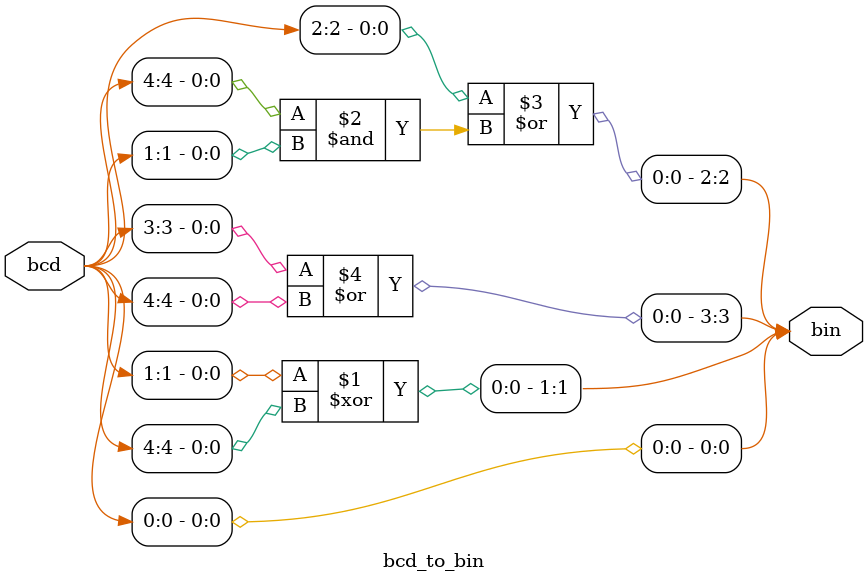
<source format=v>
module bcd_to_bin (
    input [7:0] bcd, output [3:0] bin
);
   assign bin[0] = bcd[0];
   assign bin[1] = bcd[1] ^ bcd[4];
   assign bin[2] = bcd[2] | (bcd[4] & bcd[1]);
   assign bin[3] = bcd[3] | bcd[4]; 
endmodule
</source>
